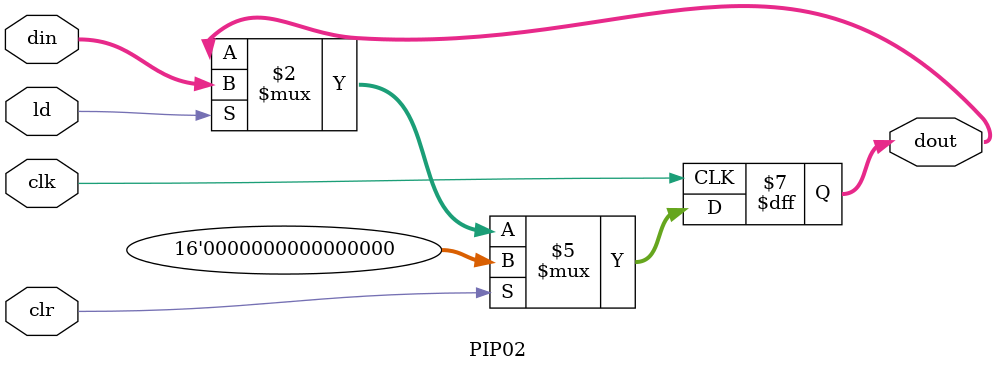
<source format=v>
module PIP01(dout, din, ld, clk);
input [15:0]din;
input ld, clk;
output reg [15:0]dout;
always @(posedge clk)
if (ld) dout<=din;
endmodule

module PIP02 (dout, din, ld, clr, clk);
input [15:0]din;
input ld, clr, clk;
output reg [15:0] dout;
always @(posedge clk)
if (clr) dout<=16'b0;
else if (ld) dout<=din;
endmodule

</source>
